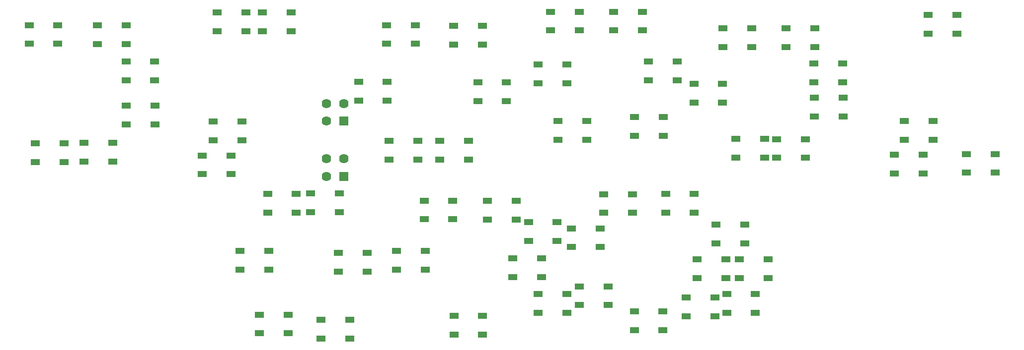
<source format=gbr>
%TF.GenerationSoftware,KiCad,Pcbnew,(5.1.6)-1*%
%TF.CreationDate,2020-11-25T11:54:25+11:00*%
%TF.ProjectId,HUD Panel PCB V1,48554420-5061-46e6-956c-205043422056,rev?*%
%TF.SameCoordinates,Original*%
%TF.FileFunction,Soldermask,Top*%
%TF.FilePolarity,Negative*%
%FSLAX46Y46*%
G04 Gerber Fmt 4.6, Leading zero omitted, Abs format (unit mm)*
G04 Created by KiCad (PCBNEW (5.1.6)-1) date 2020-11-25 11:54:25*
%MOMM*%
%LPD*%
G01*
G04 APERTURE LIST*
%ADD10C,1.620000*%
%ADD11R,1.620000X1.620000*%
%ADD12R,1.600000X1.100000*%
G04 APERTURE END LIST*
D10*
%TO.C,J2*%
X121511001Y-58518801D03*
X121511001Y-61518800D03*
X124511000Y-58518801D03*
D11*
X124511000Y-61518800D03*
%TD*%
D10*
%TO.C,J1*%
X121511001Y-67970401D03*
X121511001Y-70970400D03*
X124511000Y-67970401D03*
D11*
X124511000Y-70970400D03*
%TD*%
D12*
%TO.C,D56*%
X230581000Y-67157600D03*
X230581000Y-70357600D03*
X235481000Y-67157600D03*
X235481000Y-70357600D03*
%TD*%
%TO.C,D55*%
X224079000Y-43434000D03*
X224079000Y-46634000D03*
X228979000Y-43434000D03*
X228979000Y-46634000D03*
%TD*%
%TO.C,D54*%
X219992000Y-61518800D03*
X219992000Y-64718800D03*
X224892000Y-61518800D03*
X224892000Y-64718800D03*
%TD*%
%TO.C,D53*%
X218327000Y-67284800D03*
X218327000Y-70484800D03*
X223227000Y-67284800D03*
X223227000Y-70484800D03*
%TD*%
%TO.C,D52*%
X204650000Y-57556400D03*
X204650000Y-60756400D03*
X209550000Y-57556400D03*
X209550000Y-60756400D03*
%TD*%
%TO.C,D51*%
X204611000Y-51689200D03*
X204611000Y-54889200D03*
X209511000Y-51689200D03*
X209511000Y-54889200D03*
%TD*%
%TO.C,D50*%
X199836000Y-45694800D03*
X199836000Y-48894800D03*
X204736000Y-45694800D03*
X204736000Y-48894800D03*
%TD*%
%TO.C,D49*%
X198222000Y-64617600D03*
X198222000Y-67817600D03*
X203122000Y-64617600D03*
X203122000Y-67817600D03*
%TD*%
%TO.C,D48*%
X191911000Y-85115600D03*
X191911000Y-88315600D03*
X196811000Y-85115600D03*
X196811000Y-88315600D03*
%TD*%
%TO.C,D47*%
X191301000Y-64592400D03*
X191301000Y-67792400D03*
X196201000Y-64592400D03*
X196201000Y-67792400D03*
%TD*%
%TO.C,D46*%
X189726000Y-91059200D03*
X189726000Y-94259200D03*
X194626000Y-91059200D03*
X194626000Y-94259200D03*
%TD*%
%TO.C,D45*%
X187898000Y-79222800D03*
X187898000Y-82422800D03*
X192798000Y-79222800D03*
X192798000Y-82422800D03*
%TD*%
%TO.C,D44*%
X189078000Y-45720000D03*
X189078000Y-48920000D03*
X193978000Y-45720000D03*
X193978000Y-48920000D03*
%TD*%
%TO.C,D43*%
X184138000Y-55143600D03*
X184138000Y-58343600D03*
X189038000Y-55143600D03*
X189038000Y-58343600D03*
%TD*%
%TO.C,D42*%
X184697000Y-85115600D03*
X184697000Y-88315600D03*
X189597000Y-85115600D03*
X189597000Y-88315600D03*
%TD*%
%TO.C,D41*%
X182829000Y-91694000D03*
X182829000Y-94894000D03*
X187729000Y-91694000D03*
X187729000Y-94894000D03*
%TD*%
%TO.C,D40*%
X179312000Y-73939600D03*
X179312000Y-77139600D03*
X184212000Y-73939600D03*
X184212000Y-77139600D03*
%TD*%
%TO.C,D39*%
X176405000Y-51358800D03*
X176405000Y-54558800D03*
X181305000Y-51358800D03*
X181305000Y-54558800D03*
%TD*%
%TO.C,D38*%
X174018000Y-60858400D03*
X174018000Y-64058400D03*
X178918000Y-60858400D03*
X178918000Y-64058400D03*
%TD*%
%TO.C,D37*%
X173978000Y-94056400D03*
X173978000Y-97256400D03*
X178878000Y-94056400D03*
X178878000Y-97256400D03*
%TD*%
%TO.C,D36*%
X170473000Y-42850000D03*
X170473000Y-46050000D03*
X175373000Y-42850000D03*
X175373000Y-46050000D03*
%TD*%
%TO.C,D35*%
X168785000Y-74015600D03*
X168785000Y-77215600D03*
X173685000Y-74015600D03*
X173685000Y-77215600D03*
%TD*%
%TO.C,D34*%
X164643000Y-89763600D03*
X164643000Y-92963600D03*
X169543000Y-89763600D03*
X169543000Y-92963600D03*
%TD*%
%TO.C,D33*%
X163271000Y-79857600D03*
X163271000Y-83057600D03*
X168171000Y-79857600D03*
X168171000Y-83057600D03*
%TD*%
%TO.C,D32*%
X160974000Y-61493600D03*
X160974000Y-64693600D03*
X165874000Y-61493600D03*
X165874000Y-64693600D03*
%TD*%
%TO.C,D31*%
X159704000Y-42850000D03*
X159704000Y-46050000D03*
X164604000Y-42850000D03*
X164604000Y-46050000D03*
%TD*%
%TO.C,D30*%
X157582000Y-51866800D03*
X157582000Y-55066800D03*
X162482000Y-51866800D03*
X162482000Y-55066800D03*
%TD*%
%TO.C,D29*%
X157582000Y-91084400D03*
X157582000Y-94284400D03*
X162482000Y-91084400D03*
X162482000Y-94284400D03*
%TD*%
%TO.C,D28*%
X155944000Y-78765600D03*
X155944000Y-81965600D03*
X160844000Y-78765600D03*
X160844000Y-81965600D03*
%TD*%
%TO.C,D27*%
X153252000Y-84963200D03*
X153252000Y-88163200D03*
X158152000Y-84963200D03*
X158152000Y-88163200D03*
%TD*%
%TO.C,D26*%
X148996000Y-75184000D03*
X148996000Y-78384000D03*
X153896000Y-75184000D03*
X153896000Y-78384000D03*
%TD*%
%TO.C,D25*%
X147308000Y-54940400D03*
X147308000Y-58140400D03*
X152208000Y-54940400D03*
X152208000Y-58140400D03*
%TD*%
%TO.C,D24*%
X143244000Y-94818400D03*
X143244000Y-98018400D03*
X148144000Y-94818400D03*
X148144000Y-98018400D03*
%TD*%
%TO.C,D23*%
X143205000Y-45262800D03*
X143205000Y-48462800D03*
X148105000Y-45262800D03*
X148105000Y-48462800D03*
%TD*%
%TO.C,D22*%
X140857000Y-64897200D03*
X140857000Y-68097200D03*
X145757000Y-64897200D03*
X145757000Y-68097200D03*
%TD*%
%TO.C,D21*%
X138164000Y-75108000D03*
X138164000Y-78308000D03*
X143064000Y-75108000D03*
X143064000Y-78308000D03*
%TD*%
%TO.C,D20*%
X133491000Y-83693200D03*
X133491000Y-86893200D03*
X138391000Y-83693200D03*
X138391000Y-86893200D03*
%TD*%
%TO.C,D19*%
X131764000Y-45136000D03*
X131764000Y-48336000D03*
X136664000Y-45136000D03*
X136664000Y-48336000D03*
%TD*%
%TO.C,D18*%
X132221000Y-64897200D03*
X132221000Y-68097200D03*
X137121000Y-64897200D03*
X137121000Y-68097200D03*
%TD*%
%TO.C,D17*%
X126988000Y-54838800D03*
X126988000Y-58038800D03*
X131888000Y-54838800D03*
X131888000Y-58038800D03*
%TD*%
%TO.C,D16*%
X123596000Y-84074000D03*
X123596000Y-87274000D03*
X128496000Y-84074000D03*
X128496000Y-87274000D03*
%TD*%
%TO.C,D15*%
X120599000Y-95453200D03*
X120599000Y-98653200D03*
X125499000Y-95453200D03*
X125499000Y-98653200D03*
%TD*%
%TO.C,D14*%
X118810000Y-73888800D03*
X118810000Y-77088800D03*
X123710000Y-73888800D03*
X123710000Y-77088800D03*
%TD*%
%TO.C,D13*%
X111494000Y-73939600D03*
X111494000Y-77139600D03*
X116394000Y-73939600D03*
X116394000Y-77139600D03*
%TD*%
%TO.C,D12*%
X110631000Y-43002400D03*
X110631000Y-46202400D03*
X115531000Y-43002400D03*
X115531000Y-46202400D03*
%TD*%
%TO.C,D11*%
X110084000Y-94589600D03*
X110084000Y-97789600D03*
X114984000Y-94589600D03*
X114984000Y-97789600D03*
%TD*%
%TO.C,D10*%
X106832000Y-83718400D03*
X106832000Y-86918400D03*
X111732000Y-83718400D03*
X111732000Y-86918400D03*
%TD*%
%TO.C,D9*%
X102870000Y-42976800D03*
X102870000Y-46176800D03*
X107770000Y-42976800D03*
X107770000Y-46176800D03*
%TD*%
%TO.C,D8*%
X102198000Y-61595200D03*
X102198000Y-64795200D03*
X107098000Y-61595200D03*
X107098000Y-64795200D03*
%TD*%
%TO.C,D7*%
X100381000Y-67411600D03*
X100381000Y-70611600D03*
X105281000Y-67411600D03*
X105281000Y-70611600D03*
%TD*%
%TO.C,D6*%
X87426800Y-58877200D03*
X87426800Y-62077200D03*
X92326800Y-58877200D03*
X92326800Y-62077200D03*
%TD*%
%TO.C,D5*%
X87364400Y-51384400D03*
X87364400Y-54584400D03*
X92264400Y-51384400D03*
X92264400Y-54584400D03*
%TD*%
%TO.C,D4*%
X82499200Y-45212000D03*
X82499200Y-48412000D03*
X87399200Y-45212000D03*
X87399200Y-48412000D03*
%TD*%
%TO.C,D3*%
X80190000Y-65278000D03*
X80190000Y-68478000D03*
X85090000Y-65278000D03*
X85090000Y-68478000D03*
%TD*%
%TO.C,D2*%
X71921200Y-65354400D03*
X71921200Y-68554400D03*
X76821200Y-65354400D03*
X76821200Y-68554400D03*
%TD*%
%TO.C,D1*%
X70854400Y-45136000D03*
X70854400Y-48336000D03*
X75754400Y-45136000D03*
X75754400Y-48336000D03*
%TD*%
M02*

</source>
